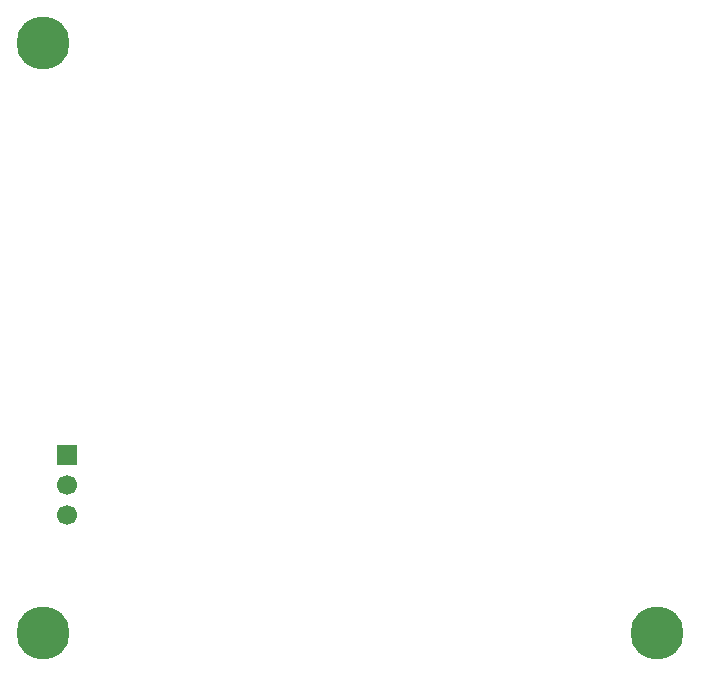
<source format=gbr>
G04 #@! TF.GenerationSoftware,KiCad,Pcbnew,9.0.6*
G04 #@! TF.CreationDate,2025-12-24T09:31:41-05:00*
G04 #@! TF.ProjectId,project-bed-light,70726f6a-6563-4742-9d62-65642d6c6967,rev?*
G04 #@! TF.SameCoordinates,Original*
G04 #@! TF.FileFunction,Soldermask,Bot*
G04 #@! TF.FilePolarity,Negative*
%FSLAX46Y46*%
G04 Gerber Fmt 4.6, Leading zero omitted, Abs format (unit mm)*
G04 Created by KiCad (PCBNEW 9.0.6) date 2025-12-24 09:31:41*
%MOMM*%
%LPD*%
G01*
G04 APERTURE LIST*
%ADD10C,4.500000*%
%ADD11R,1.700000X1.700000*%
%ADD12C,1.700000*%
G04 APERTURE END LIST*
D10*
G04 #@! TO.C,H1*
X24000000Y-24000000D03*
G04 #@! TD*
D11*
G04 #@! TO.C,J3*
X26000000Y-58920000D03*
D12*
X26000000Y-61460000D03*
X26000000Y-64000000D03*
G04 #@! TD*
D10*
G04 #@! TO.C,H4*
X76000000Y-74000000D03*
G04 #@! TD*
G04 #@! TO.C,H3*
X24000000Y-74000000D03*
G04 #@! TD*
M02*

</source>
